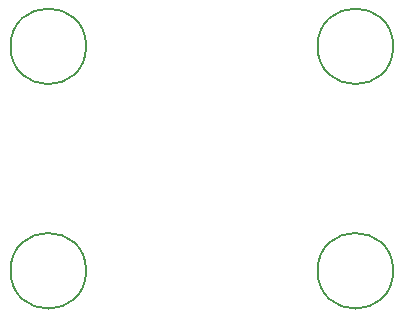
<source format=gbr>
G04 #@! TF.GenerationSoftware,KiCad,Pcbnew,6.0.11-2627ca5db0~126~ubuntu22.04.1*
G04 #@! TF.CreationDate,2023-06-19T15:46:02-07:00*
G04 #@! TF.ProjectId,VL53L1x_pwm,564c3533-4c31-4785-9f70-776d2e6b6963,rev?*
G04 #@! TF.SameCoordinates,Original*
G04 #@! TF.FileFunction,Other,Comment*
%FSLAX46Y46*%
G04 Gerber Fmt 4.6, Leading zero omitted, Abs format (unit mm)*
G04 Created by KiCad (PCBNEW 6.0.11-2627ca5db0~126~ubuntu22.04.1) date 2023-06-19 15:46:02*
%MOMM*%
%LPD*%
G01*
G04 APERTURE LIST*
%ADD10C,0.150000*%
G04 APERTURE END LIST*
D10*
G04 #@! TO.C,REF\u002A\u002A*
X124200000Y-108500000D02*
G75*
G03*
X124200000Y-108500000I-3200000J0D01*
G01*
X124200000Y-89500000D02*
G75*
G03*
X124200000Y-89500000I-3200000J0D01*
G01*
X150200000Y-108500000D02*
G75*
G03*
X150200000Y-108500000I-3200000J0D01*
G01*
X150200000Y-89500000D02*
G75*
G03*
X150200000Y-89500000I-3200000J0D01*
G01*
G04 #@! TD*
M02*

</source>
